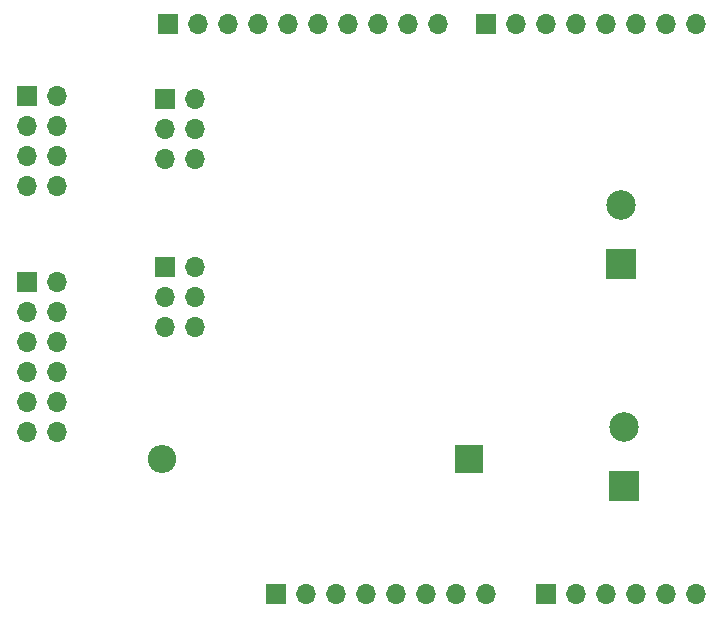
<source format=gbr>
%TF.GenerationSoftware,KiCad,Pcbnew,7.0.1*%
%TF.CreationDate,2023-05-22T01:14:16-06:00*%
%TF.ProjectId,MegaMoto_Driver_Shield,4d656761-4d6f-4746-9f5f-447269766572,rev?*%
%TF.SameCoordinates,Original*%
%TF.FileFunction,Soldermask,Bot*%
%TF.FilePolarity,Negative*%
%FSLAX46Y46*%
G04 Gerber Fmt 4.6, Leading zero omitted, Abs format (unit mm)*
G04 Created by KiCad (PCBNEW 7.0.1) date 2023-05-22 01:14:16*
%MOMM*%
%LPD*%
G01*
G04 APERTURE LIST*
%ADD10R,1.700000X1.700000*%
%ADD11O,1.700000X1.700000*%
%ADD12R,2.500000X2.500000*%
%ADD13C,2.500000*%
%ADD14R,2.400000X2.400000*%
%ADD15O,2.400000X2.400000*%
G04 APERTURE END LIST*
D10*
%TO.C,J1*%
X127940000Y-97460000D03*
D11*
X130480000Y-97460000D03*
X133020000Y-97460000D03*
X135560000Y-97460000D03*
X138100000Y-97460000D03*
X140640000Y-97460000D03*
X143180000Y-97460000D03*
X145720000Y-97460000D03*
%TD*%
D10*
%TO.C,J3*%
X150800000Y-97460000D03*
D11*
X153340000Y-97460000D03*
X155880000Y-97460000D03*
X158420000Y-97460000D03*
X160960000Y-97460000D03*
X163500000Y-97460000D03*
%TD*%
D10*
%TO.C,J2*%
X118796000Y-49200000D03*
D11*
X121336000Y-49200000D03*
X123876000Y-49200000D03*
X126416000Y-49200000D03*
X128956000Y-49200000D03*
X131496000Y-49200000D03*
X134036000Y-49200000D03*
X136576000Y-49200000D03*
X139116000Y-49200000D03*
X141656000Y-49200000D03*
%TD*%
D10*
%TO.C,J4*%
X145720000Y-49200000D03*
D11*
X148260000Y-49200000D03*
X150800000Y-49200000D03*
X153340000Y-49200000D03*
X155880000Y-49200000D03*
X158420000Y-49200000D03*
X160960000Y-49200000D03*
X163500000Y-49200000D03*
%TD*%
D12*
%TO.C,J7*%
X157150000Y-69480000D03*
D13*
X157150000Y-64480000D03*
%TD*%
D10*
%TO.C,J8*%
X118537000Y-69789000D03*
D11*
X121077000Y-69789000D03*
X118537000Y-72329000D03*
X121077000Y-72329000D03*
X118537000Y-74869000D03*
X121077000Y-74869000D03*
%TD*%
D10*
%TO.C,J5*%
X106858000Y-55296000D03*
D11*
X109398000Y-55296000D03*
X106858000Y-57836000D03*
X109398000Y-57836000D03*
X106858000Y-60376000D03*
X109398000Y-60376000D03*
X106858000Y-62916000D03*
X109398000Y-62916000D03*
%TD*%
D10*
%TO.C,J10*%
X106858000Y-71044000D03*
D11*
X109398000Y-71044000D03*
X106858000Y-73584000D03*
X109398000Y-73584000D03*
X106858000Y-76124000D03*
X109398000Y-76124000D03*
X106858000Y-78664000D03*
X109398000Y-78664000D03*
X106858000Y-81204000D03*
X109398000Y-81204000D03*
X106858000Y-83744000D03*
X109398000Y-83744000D03*
%TD*%
D14*
%TO.C,C3*%
X144242000Y-86030000D03*
D15*
X118242000Y-86030000D03*
%TD*%
D11*
%TO.C,J9*%
X121077000Y-60645000D03*
X118537000Y-60645000D03*
X121077000Y-58105000D03*
X118537000Y-58105000D03*
X121077000Y-55565000D03*
D10*
X118537000Y-55565000D03*
%TD*%
D12*
%TO.C,J6*%
X157404000Y-88276000D03*
D13*
X157404000Y-83276000D03*
%TD*%
M02*

</source>
